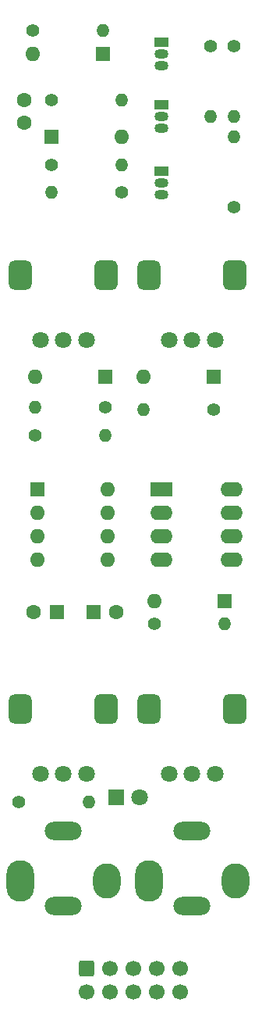
<source format=gbs>
%TF.GenerationSoftware,KiCad,Pcbnew,(6.0.1)*%
%TF.CreationDate,2022-11-03T15:51:29-04:00*%
%TF.ProjectId,ER-ADSR-555-01,45522d41-4453-4522-9d35-35352d30312e,rev?*%
%TF.SameCoordinates,Original*%
%TF.FileFunction,Soldermask,Bot*%
%TF.FilePolarity,Negative*%
%FSLAX46Y46*%
G04 Gerber Fmt 4.6, Leading zero omitted, Abs format (unit mm)*
G04 Created by KiCad (PCBNEW (6.0.1)) date 2022-11-03 15:51:29*
%MOMM*%
%LPD*%
G01*
G04 APERTURE LIST*
G04 Aperture macros list*
%AMRoundRect*
0 Rectangle with rounded corners*
0 $1 Rounding radius*
0 $2 $3 $4 $5 $6 $7 $8 $9 X,Y pos of 4 corners*
0 Add a 4 corners polygon primitive as box body*
4,1,4,$2,$3,$4,$5,$6,$7,$8,$9,$2,$3,0*
0 Add four circle primitives for the rounded corners*
1,1,$1+$1,$2,$3*
1,1,$1+$1,$4,$5*
1,1,$1+$1,$6,$7*
1,1,$1+$1,$8,$9*
0 Add four rect primitives between the rounded corners*
20,1,$1+$1,$2,$3,$4,$5,0*
20,1,$1+$1,$4,$5,$6,$7,0*
20,1,$1+$1,$6,$7,$8,$9,0*
20,1,$1+$1,$8,$9,$2,$3,0*%
G04 Aperture macros list end*
%ADD10R,1.600000X1.600000*%
%ADD11O,1.600000X1.600000*%
%ADD12RoundRect,0.625000X0.625000X-0.975000X0.625000X0.975000X-0.625000X0.975000X-0.625000X-0.975000X0*%
%ADD13RoundRect,0.578704X0.671296X-1.021296X0.671296X1.021296X-0.671296X1.021296X-0.671296X-1.021296X0*%
%ADD14C,1.800000*%
%ADD15C,1.400000*%
%ADD16O,1.400000X1.400000*%
%ADD17R,1.500000X1.050000*%
%ADD18O,1.500000X1.050000*%
%ADD19C,1.600000*%
%ADD20R,1.800000X1.800000*%
%ADD21O,3.000000X3.800000*%
%ADD22O,3.000000X4.500000*%
%ADD23O,4.000000X2.000000*%
%ADD24R,2.400000X1.600000*%
%ADD25O,2.400000X1.600000*%
%ADD26RoundRect,0.250000X-0.600000X0.600000X-0.600000X-0.600000X0.600000X-0.600000X0.600000X0.600000X0*%
%ADD27C,1.700000*%
G04 APERTURE END LIST*
D10*
%TO.C,D5*%
X23310000Y-40000000D03*
D11*
X15690000Y-40000000D03*
%TD*%
D12*
%TO.C,RV3*%
X2350000Y-76000000D03*
D13*
X11650000Y-76000000D03*
D14*
X9500000Y-83000000D03*
X7000000Y-83000000D03*
X4500000Y-83000000D03*
%TD*%
D15*
%TO.C,R3*%
X25500000Y-4190000D03*
D16*
X25500000Y-11810000D03*
%TD*%
D10*
%TO.C,D4*%
X11560000Y-40000000D03*
D11*
X3940000Y-40000000D03*
%TD*%
D17*
%TO.C,Q2*%
X17640000Y-10500000D03*
D18*
X17640000Y-11770000D03*
X17640000Y-13040000D03*
%TD*%
D19*
%TO.C,C1*%
X2750000Y-10000000D03*
X2750000Y-12500000D03*
%TD*%
D15*
%TO.C,R6*%
X13310000Y-20000000D03*
D16*
X5690000Y-20000000D03*
%TD*%
D15*
%TO.C,R9*%
X23310000Y-43500000D03*
D16*
X15690000Y-43500000D03*
%TD*%
D12*
%TO.C,RV2*%
X16350000Y-29000000D03*
D13*
X25650000Y-29000000D03*
D14*
X23500000Y-36000000D03*
X21000000Y-36000000D03*
X18500000Y-36000000D03*
%TD*%
D10*
%TO.C,C2*%
X10294888Y-65500000D03*
D19*
X12794888Y-65500000D03*
%TD*%
D15*
%TO.C,R11*%
X16940000Y-66750000D03*
D16*
X24560000Y-66750000D03*
%TD*%
D20*
%TO.C,D6*%
X12725001Y-85500007D03*
D14*
X15265001Y-85500007D03*
%TD*%
D13*
%TO.C,RV1*%
X11650000Y-29000000D03*
D12*
X2350000Y-29000000D03*
D14*
X9500000Y-36000000D03*
X7000000Y-36000000D03*
X4500000Y-36000000D03*
%TD*%
D10*
%TO.C,D3*%
X24560000Y-64250000D03*
D11*
X16940000Y-64250000D03*
%TD*%
D21*
%TO.C,J3*%
X25700000Y-94580000D03*
D22*
X16300000Y-94580000D03*
D23*
X21000000Y-89180000D03*
X21000000Y-97280000D03*
%TD*%
D15*
%TO.C,R1*%
X3690000Y-2500000D03*
D16*
X11310000Y-2500000D03*
%TD*%
D17*
%TO.C,Q1*%
X17640000Y-3730000D03*
D18*
X17640000Y-5000000D03*
X17640000Y-6270000D03*
%TD*%
D24*
%TO.C,U2*%
X17674999Y-52199997D03*
D25*
X17674999Y-54739997D03*
X17674999Y-57279997D03*
X17674999Y-59819997D03*
X25294999Y-59819997D03*
X25294999Y-57279997D03*
X25294999Y-54739997D03*
X25294999Y-52199997D03*
%TD*%
D10*
%TO.C,D2*%
X5690000Y-14000000D03*
D11*
X13310000Y-14000000D03*
%TD*%
D10*
%TO.C,C3*%
X6285113Y-65500000D03*
D19*
X3785113Y-65500000D03*
%TD*%
D15*
%TO.C,R2*%
X23000000Y-4190000D03*
D16*
X23000000Y-11810000D03*
%TD*%
D21*
%TO.C,J2*%
X11700000Y-94600000D03*
D22*
X2300000Y-94600000D03*
D23*
X7000000Y-89200000D03*
X7000000Y-97300000D03*
%TD*%
D15*
%TO.C,R10*%
X3940000Y-46344000D03*
D16*
X11560000Y-46344000D03*
%TD*%
D15*
%TO.C,R12*%
X2190000Y-86000000D03*
D16*
X9810000Y-86000000D03*
%TD*%
D10*
%TO.C,D1*%
X11310000Y-5000000D03*
D11*
X3690000Y-5000000D03*
%TD*%
D10*
%TO.C,U1*%
X4199999Y-52199997D03*
D11*
X4199999Y-54739997D03*
X4199999Y-57279997D03*
X4199999Y-59819997D03*
X11819999Y-59819997D03*
X11819999Y-57279997D03*
X11819999Y-54739997D03*
X11819999Y-52199997D03*
%TD*%
D15*
%TO.C,R7*%
X25501600Y-21590000D03*
D16*
X25501600Y-13970000D03*
%TD*%
D15*
%TO.C,R8*%
X11560000Y-43250000D03*
D16*
X3940000Y-43250000D03*
%TD*%
D17*
%TO.C,Q3*%
X17640000Y-17730000D03*
D18*
X17640000Y-19000000D03*
X17640000Y-20270000D03*
%TD*%
D13*
%TO.C,RV4*%
X25650000Y-76000000D03*
D12*
X16350000Y-76000000D03*
D14*
X23500000Y-83000000D03*
X21000000Y-83000000D03*
X18500000Y-83000000D03*
%TD*%
D15*
%TO.C,R4*%
X5690000Y-10000000D03*
D16*
X13310000Y-10000000D03*
%TD*%
D15*
%TO.C,R5*%
X5690000Y-17000000D03*
D16*
X13310000Y-17000000D03*
%TD*%
D26*
%TO.C,J1*%
X9499600Y-104047900D03*
D27*
X9499600Y-106587900D03*
X12039600Y-104047900D03*
X12039600Y-106587900D03*
X14579600Y-104047900D03*
X14579600Y-106587900D03*
X17119600Y-104047900D03*
X17119600Y-106587900D03*
X19659600Y-104047900D03*
X19659600Y-106587900D03*
%TD*%
M02*

</source>
